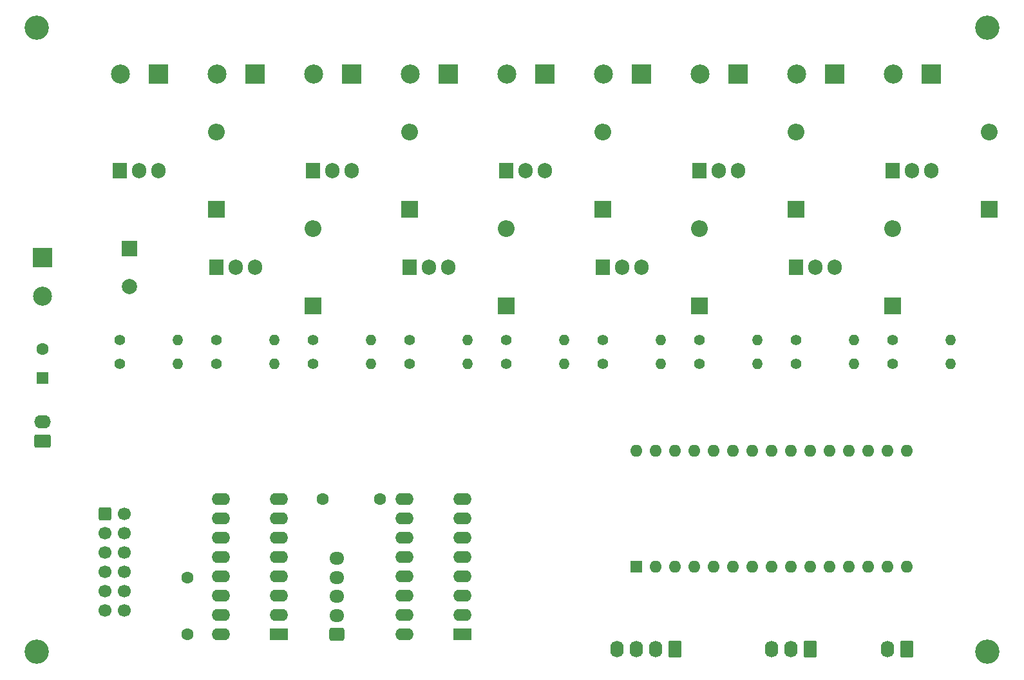
<source format=gbr>
%TF.GenerationSoftware,KiCad,Pcbnew,9.0.1*%
%TF.CreationDate,2025-11-11T21:16:56+00:00*%
%TF.ProjectId,Paper Tape Punch Driver Board,50617065-7220-4546-9170-652050756e63,rev?*%
%TF.SameCoordinates,Original*%
%TF.FileFunction,Soldermask,Top*%
%TF.FilePolarity,Negative*%
%FSLAX46Y46*%
G04 Gerber Fmt 4.6, Leading zero omitted, Abs format (unit mm)*
G04 Created by KiCad (PCBNEW 9.0.1) date 2025-11-11 21:16:56*
%MOMM*%
%LPD*%
G01*
G04 APERTURE LIST*
G04 Aperture macros list*
%AMRoundRect*
0 Rectangle with rounded corners*
0 $1 Rounding radius*
0 $2 $3 $4 $5 $6 $7 $8 $9 X,Y pos of 4 corners*
0 Add a 4 corners polygon primitive as box body*
4,1,4,$2,$3,$4,$5,$6,$7,$8,$9,$2,$3,0*
0 Add four circle primitives for the rounded corners*
1,1,$1+$1,$2,$3*
1,1,$1+$1,$4,$5*
1,1,$1+$1,$6,$7*
1,1,$1+$1,$8,$9*
0 Add four rect primitives between the rounded corners*
20,1,$1+$1,$2,$3,$4,$5,0*
20,1,$1+$1,$4,$5,$6,$7,0*
20,1,$1+$1,$6,$7,$8,$9,0*
20,1,$1+$1,$8,$9,$2,$3,0*%
G04 Aperture macros list end*
%ADD10C,1.400000*%
%ADD11O,1.400000X1.400000*%
%ADD12R,1.600000X1.600000*%
%ADD13O,1.600000X1.600000*%
%ADD14R,2.200000X2.200000*%
%ADD15O,2.200000X2.200000*%
%ADD16RoundRect,0.250000X0.620000X0.845000X-0.620000X0.845000X-0.620000X-0.845000X0.620000X-0.845000X0*%
%ADD17O,1.740000X2.190000*%
%ADD18R,2.400000X1.600000*%
%ADD19O,2.400000X1.600000*%
%ADD20C,3.200000*%
%ADD21R,1.905000X2.000000*%
%ADD22O,1.905000X2.000000*%
%ADD23C,1.600000*%
%ADD24R,2.500000X2.500000*%
%ADD25C,2.500000*%
%ADD26RoundRect,0.250000X-0.600000X-0.600000X0.600000X-0.600000X0.600000X0.600000X-0.600000X0.600000X0*%
%ADD27C,1.700000*%
%ADD28R,2.000000X2.000000*%
%ADD29C,2.000000*%
%ADD30RoundRect,0.250000X0.725000X-0.600000X0.725000X0.600000X-0.725000X0.600000X-0.725000X-0.600000X0*%
%ADD31O,1.950000X1.700000*%
%ADD32RoundRect,0.250000X0.845000X-0.620000X0.845000X0.620000X-0.845000X0.620000X-0.845000X-0.620000X0*%
%ADD33O,2.190000X1.740000*%
G04 APERTURE END LIST*
D10*
%TO.C,R16*%
X243840000Y-76200000D03*
D11*
X251460000Y-76200000D03*
%TD*%
D12*
%TO.C,A1*%
X222885000Y-102870000D03*
D13*
X225425000Y-102870000D03*
X227965000Y-102870000D03*
X230505000Y-102870000D03*
X233045000Y-102870000D03*
X235585000Y-102870000D03*
X238125000Y-102870000D03*
X240665000Y-102870000D03*
X243205000Y-102870000D03*
X245745000Y-102870000D03*
X248285000Y-102870000D03*
X250825000Y-102870000D03*
X253365000Y-102870000D03*
X255905000Y-102870000D03*
X258445000Y-102870000D03*
X258445000Y-87630000D03*
X255905000Y-87630000D03*
X253365000Y-87630000D03*
X250825000Y-87630000D03*
X248285000Y-87630000D03*
X245745000Y-87630000D03*
X243205000Y-87630000D03*
X240665000Y-87630000D03*
X238125000Y-87630000D03*
X235585000Y-87630000D03*
X233045000Y-87630000D03*
X230505000Y-87630000D03*
X227965000Y-87630000D03*
X225425000Y-87630000D03*
X222885000Y-87630000D03*
%TD*%
D14*
%TO.C,D2*%
X180340000Y-68580000D03*
D15*
X180340000Y-58420000D03*
%TD*%
D16*
%TO.C,J12*%
X227965000Y-113665000D03*
D17*
X225425000Y-113665000D03*
X222885000Y-113665000D03*
X220345000Y-113665000D03*
%TD*%
D10*
%TO.C,R13*%
X231140000Y-73050000D03*
D11*
X238760000Y-73050000D03*
%TD*%
D10*
%TO.C,R2*%
X154940000Y-76149200D03*
D11*
X162560000Y-76149200D03*
%TD*%
D14*
%TO.C,D9*%
X269240000Y-55880000D03*
D15*
X269240000Y-45720000D03*
%TD*%
D18*
%TO.C,U2*%
X200025000Y-111760000D03*
D19*
X200025000Y-109220000D03*
X200025000Y-106680000D03*
X200025000Y-104140000D03*
X200025000Y-101600000D03*
X200025000Y-99060000D03*
X200025000Y-96520000D03*
X200025000Y-93980000D03*
X192405000Y-93980000D03*
X192405000Y-96520000D03*
X192405000Y-99060000D03*
X192405000Y-101600000D03*
X192405000Y-104140000D03*
X192405000Y-106680000D03*
X192405000Y-109220000D03*
X192405000Y-111760000D03*
%TD*%
D10*
%TO.C,R8*%
X193040000Y-76200000D03*
D11*
X200660000Y-76200000D03*
%TD*%
D20*
%TO.C,REF\u002A\u002A*%
X144000000Y-114000000D03*
%TD*%
D16*
%TO.C,J14*%
X258445000Y-113665000D03*
D17*
X255905000Y-113665000D03*
%TD*%
D21*
%TO.C,Q2*%
X167640000Y-63500000D03*
D22*
X170180000Y-63500000D03*
X172720000Y-63500000D03*
%TD*%
D20*
%TO.C,REF\u002A\u002A*%
X269000000Y-114000000D03*
%TD*%
D10*
%TO.C,R14*%
X231140000Y-76200000D03*
D11*
X238760000Y-76200000D03*
%TD*%
D14*
%TO.C,D4*%
X205740000Y-68580000D03*
D15*
X205740000Y-58420000D03*
%TD*%
D10*
%TO.C,R17*%
X256540000Y-73050000D03*
D11*
X264160000Y-73050000D03*
%TD*%
D10*
%TO.C,R11*%
X218440000Y-73050000D03*
D11*
X226060000Y-73050000D03*
%TD*%
D10*
%TO.C,R5*%
X180340000Y-73050000D03*
D11*
X187960000Y-73050000D03*
%TD*%
D12*
%TO.C,C4*%
X144780000Y-78002651D03*
D23*
X144780000Y-74202651D03*
%TD*%
D21*
%TO.C,Q7*%
X231140000Y-50800000D03*
D22*
X233680000Y-50800000D03*
X236220000Y-50800000D03*
%TD*%
D10*
%TO.C,R9*%
X205740000Y-73050000D03*
D11*
X213360000Y-73050000D03*
%TD*%
D14*
%TO.C,D5*%
X218440000Y-55880000D03*
D15*
X218440000Y-45720000D03*
%TD*%
D21*
%TO.C,Q4*%
X193040000Y-63500000D03*
D22*
X195580000Y-63500000D03*
X198120000Y-63500000D03*
%TD*%
D10*
%TO.C,R18*%
X256540000Y-76200000D03*
D11*
X264160000Y-76200000D03*
%TD*%
D10*
%TO.C,R10*%
X205740000Y-76200000D03*
D11*
X213360000Y-76200000D03*
%TD*%
D10*
%TO.C,R4*%
X167640000Y-76149200D03*
D11*
X175260000Y-76149200D03*
%TD*%
D24*
%TO.C,J11*%
X261620000Y-38100000D03*
D25*
X256620000Y-38100000D03*
%TD*%
D10*
%TO.C,R15*%
X243840000Y-73050000D03*
D11*
X251460000Y-73050000D03*
%TD*%
D26*
%TO.C,J13*%
X153035000Y-95885000D03*
D27*
X155575000Y-95885000D03*
X153035000Y-98425000D03*
X155575000Y-98425000D03*
X153035000Y-100965000D03*
X155575000Y-100965000D03*
X153035000Y-103505000D03*
X155575000Y-103505000D03*
X153035000Y-106045000D03*
X155575000Y-106045000D03*
X153035000Y-108585000D03*
X155575000Y-108585000D03*
%TD*%
D10*
%TO.C,R3*%
X167640000Y-72999200D03*
D11*
X175260000Y-72999200D03*
%TD*%
D18*
%TO.C,U1*%
X175895000Y-111760000D03*
D19*
X175895000Y-109220000D03*
X175895000Y-106680000D03*
X175895000Y-104140000D03*
X175895000Y-101600000D03*
X175895000Y-99060000D03*
X175895000Y-96520000D03*
X175895000Y-93980000D03*
X168275000Y-93980000D03*
X168275000Y-96520000D03*
X168275000Y-99060000D03*
X168275000Y-101600000D03*
X168275000Y-104140000D03*
X168275000Y-106680000D03*
X168275000Y-109220000D03*
X168275000Y-111760000D03*
%TD*%
D23*
%TO.C,C2*%
X181610000Y-93980000D03*
X189110000Y-93980000D03*
%TD*%
D24*
%TO.C,J10*%
X248920000Y-38100000D03*
D25*
X243920000Y-38100000D03*
%TD*%
D24*
%TO.C,J6*%
X198120000Y-38100000D03*
D25*
X193120000Y-38100000D03*
%TD*%
D10*
%TO.C,R1*%
X154940000Y-72999200D03*
D11*
X162560000Y-72999200D03*
%TD*%
D16*
%TO.C,J15*%
X245745000Y-113665000D03*
D17*
X243205000Y-113665000D03*
X240665000Y-113665000D03*
%TD*%
D24*
%TO.C,J9*%
X236220000Y-38100000D03*
D25*
X231220000Y-38100000D03*
%TD*%
D21*
%TO.C,Q6*%
X218440000Y-63500000D03*
D22*
X220980000Y-63500000D03*
X223520000Y-63500000D03*
%TD*%
D24*
%TO.C,J5*%
X185420000Y-38100000D03*
D25*
X180420000Y-38100000D03*
%TD*%
D14*
%TO.C,D1*%
X167640000Y-55880000D03*
D15*
X167640000Y-45720000D03*
%TD*%
D21*
%TO.C,Q9*%
X256540000Y-50800000D03*
D22*
X259080000Y-50800000D03*
X261620000Y-50800000D03*
%TD*%
D10*
%TO.C,R6*%
X180340000Y-76200000D03*
D11*
X187960000Y-76200000D03*
%TD*%
D21*
%TO.C,Q1*%
X154940000Y-50800000D03*
D22*
X157480000Y-50800000D03*
X160020000Y-50800000D03*
%TD*%
D23*
%TO.C,C1*%
X163830000Y-111760000D03*
X163830000Y-104260000D03*
%TD*%
D28*
%TO.C,C3*%
X156210000Y-60970000D03*
D29*
X156210000Y-65970000D03*
%TD*%
D10*
%TO.C,R7*%
X193040000Y-73050000D03*
D11*
X200660000Y-73050000D03*
%TD*%
D14*
%TO.C,D6*%
X231140000Y-68580000D03*
D15*
X231140000Y-58420000D03*
%TD*%
D24*
%TO.C,J1*%
X144780000Y-62230000D03*
D25*
X144780000Y-67230000D03*
%TD*%
D21*
%TO.C,Q8*%
X243840000Y-63500000D03*
D22*
X246380000Y-63500000D03*
X248920000Y-63500000D03*
%TD*%
D10*
%TO.C,R12*%
X218440000Y-76200000D03*
D11*
X226060000Y-76200000D03*
%TD*%
D21*
%TO.C,Q3*%
X180340000Y-50800000D03*
D22*
X182880000Y-50800000D03*
X185420000Y-50800000D03*
%TD*%
D24*
%TO.C,J4*%
X172720000Y-38100000D03*
D25*
X167720000Y-38100000D03*
%TD*%
D14*
%TO.C,D3*%
X193040000Y-55880000D03*
D15*
X193040000Y-45720000D03*
%TD*%
D30*
%TO.C,J16*%
X183515000Y-111760000D03*
D31*
X183515000Y-109260000D03*
X183515000Y-106760000D03*
X183515000Y-104260000D03*
X183515000Y-101760000D03*
%TD*%
D14*
%TO.C,D7*%
X243840000Y-55880000D03*
D15*
X243840000Y-45720000D03*
%TD*%
D14*
%TO.C,D8*%
X256540000Y-68580000D03*
D15*
X256540000Y-58420000D03*
%TD*%
D21*
%TO.C,Q5*%
X205740000Y-50800000D03*
D22*
X208280000Y-50800000D03*
X210820000Y-50800000D03*
%TD*%
D20*
%TO.C,REF\u002A\u002A*%
X269000000Y-32000000D03*
%TD*%
D24*
%TO.C,J7*%
X210820000Y-38100000D03*
D25*
X205820000Y-38100000D03*
%TD*%
D20*
%TO.C,REF\u002A\u002A*%
X144000000Y-32000000D03*
%TD*%
D24*
%TO.C,J8*%
X223520000Y-38100000D03*
D25*
X218520000Y-38100000D03*
%TD*%
D24*
%TO.C,J3*%
X160020000Y-38100000D03*
D25*
X155020000Y-38100000D03*
%TD*%
D32*
%TO.C,J2*%
X144780000Y-86360000D03*
D33*
X144780000Y-83820000D03*
%TD*%
M02*

</source>
